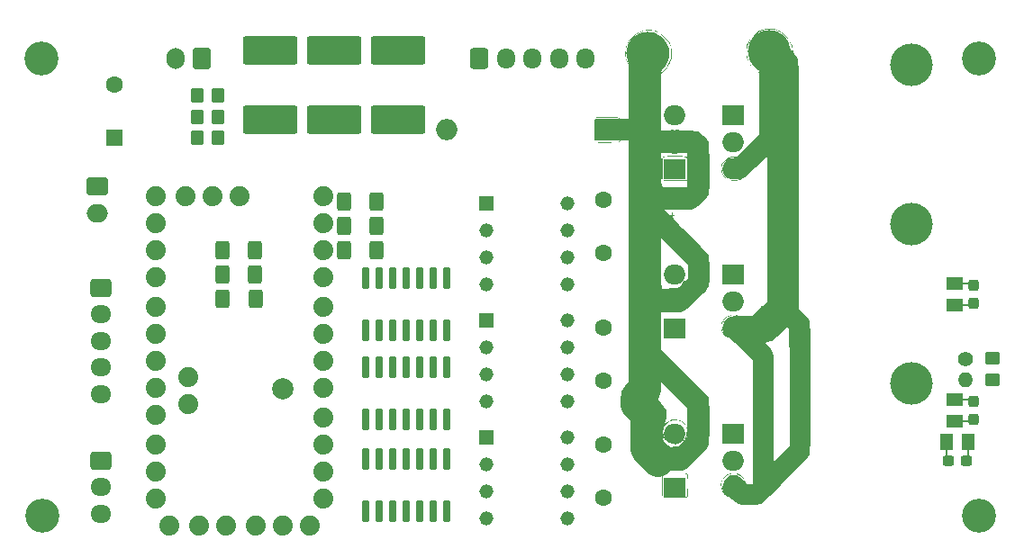
<source format=gts>
G04 #@! TF.GenerationSoftware,KiCad,Pcbnew,(6.0.7)*
G04 #@! TF.CreationDate,2022-11-24T14:56:22+11:00*
G04 #@! TF.ProjectId,epic esc with regen,65706963-2065-4736-9320-776974682072,rev?*
G04 #@! TF.SameCoordinates,Original*
G04 #@! TF.FileFunction,Soldermask,Top*
G04 #@! TF.FilePolarity,Negative*
%FSLAX46Y46*%
G04 Gerber Fmt 4.6, Leading zero omitted, Abs format (unit mm)*
G04 Created by KiCad (PCBNEW (6.0.7)) date 2022-11-24 14:56:22*
%MOMM*%
%LPD*%
G01*
G04 APERTURE LIST*
G04 Aperture macros list*
%AMRoundRect*
0 Rectangle with rounded corners*
0 $1 Rounding radius*
0 $2 $3 $4 $5 $6 $7 $8 $9 X,Y pos of 4 corners*
0 Add a 4 corners polygon primitive as box body*
4,1,4,$2,$3,$4,$5,$6,$7,$8,$9,$2,$3,0*
0 Add four circle primitives for the rounded corners*
1,1,$1+$1,$2,$3*
1,1,$1+$1,$4,$5*
1,1,$1+$1,$6,$7*
1,1,$1+$1,$8,$9*
0 Add four rect primitives between the rounded corners*
20,1,$1+$1,$2,$3,$4,$5,0*
20,1,$1+$1,$4,$5,$6,$7,0*
20,1,$1+$1,$6,$7,$8,$9,0*
20,1,$1+$1,$8,$9,$2,$3,0*%
%AMFreePoly0*
4,1,13,0.587500,-0.725000,0.100000,-0.725000,0.100000,-2.000000,0.080902,-2.058779,0.030902,-2.095106,-0.030902,-2.095106,-0.080902,-2.058779,-0.100000,-2.000000,-0.100000,-0.725000,-0.587500,-0.725000,-0.587500,0.725000,0.587500,0.725000,0.587500,-0.725000,0.587500,-0.725000,$1*%
G04 Aperture macros list end*
%ADD10C,3.000000*%
%ADD11C,1.900000*%
%ADD12C,2.000000*%
%ADD13C,0.150000*%
%ADD14RoundRect,0.090000X-0.210000X0.895000X-0.210000X-0.895000X0.210000X-0.895000X0.210000X0.895000X0*%
%ADD15RoundRect,0.237500X0.237500X-0.300000X0.237500X0.300000X-0.237500X0.300000X-0.237500X-0.300000X0*%
%ADD16FreePoly0,90.000000*%
%ADD17RoundRect,0.237500X-0.300000X-0.237500X0.300000X-0.237500X0.300000X0.237500X-0.300000X0.237500X0*%
%ADD18FreePoly0,0.000000*%
%ADD19C,1.600000*%
%ADD20RoundRect,0.250001X2.324999X-1.074999X2.324999X1.074999X-2.324999X1.074999X-2.324999X-1.074999X0*%
%ADD21RoundRect,0.250000X-0.750000X0.600000X-0.750000X-0.600000X0.750000X-0.600000X0.750000X0.600000X0*%
%ADD22O,2.000000X1.700000*%
%ADD23R,1.318000X1.318000*%
%ADD24C,1.318000*%
%ADD25RoundRect,0.250000X-0.725000X0.600000X-0.725000X-0.600000X0.725000X-0.600000X0.725000X0.600000X0*%
%ADD26O,1.950000X1.700000*%
%ADD27C,1.879600*%
%ADD28C,3.200000*%
%ADD29R,2.000000X2.000000*%
%ADD30O,2.000000X2.000000*%
%ADD31RoundRect,0.250000X-0.450000X0.350000X-0.450000X-0.350000X0.450000X-0.350000X0.450000X0.350000X0*%
%ADD32RoundRect,0.250000X0.400000X0.625000X-0.400000X0.625000X-0.400000X-0.625000X0.400000X-0.625000X0*%
%ADD33C,2.000000*%
%ADD34RoundRect,0.250000X0.350000X0.450000X-0.350000X0.450000X-0.350000X-0.450000X0.350000X-0.450000X0*%
%ADD35C,1.400000*%
%ADD36O,1.400000X1.400000*%
%ADD37R,1.600000X1.600000*%
%ADD38RoundRect,0.250000X-0.400000X-0.625000X0.400000X-0.625000X0.400000X0.625000X-0.400000X0.625000X0*%
%ADD39RoundRect,0.250000X0.600000X0.750000X-0.600000X0.750000X-0.600000X-0.750000X0.600000X-0.750000X0*%
%ADD40O,1.700000X2.000000*%
%ADD41RoundRect,0.250000X-0.600000X-0.725000X0.600000X-0.725000X0.600000X0.725000X-0.600000X0.725000X0*%
%ADD42O,1.700000X1.950000*%
%ADD43R,2.000000X1.905000*%
%ADD44O,2.000000X1.905000*%
%ADD45C,4.000000*%
G04 APERTURE END LIST*
D10*
X145186400Y-97028000D02*
X145186400Y-100203000D01*
D11*
X149860000Y-82296000D02*
X145288000Y-77724000D01*
X150114000Y-84836000D02*
X150114000Y-82550000D01*
D12*
X145288000Y-76708000D02*
X149352000Y-76708000D01*
D10*
X144272000Y-96012000D02*
X145542000Y-97282000D01*
D13*
X145288000Y-77724000D02*
X145288000Y-76708000D01*
D12*
X149390866Y-76744109D02*
X150152866Y-75982109D01*
X145215935Y-91114508D02*
X149991135Y-95889708D01*
X149606000Y-71374000D02*
X145796000Y-71374000D01*
X145288000Y-86360000D02*
X148336000Y-86360000D01*
D11*
X148507085Y-86302702D02*
X150030129Y-84778702D01*
D12*
X150098085Y-99704868D02*
X150073381Y-96024500D01*
D10*
X145288000Y-100330000D02*
X146304000Y-101346000D01*
D11*
X149860000Y-71374000D02*
X150114000Y-71628000D01*
D12*
X148502976Y-101291622D02*
X150098085Y-99704868D01*
D10*
X145034000Y-63500000D02*
X145034000Y-94488000D01*
D12*
X150114000Y-75946000D02*
X150114000Y-71882000D01*
X141496631Y-70236716D02*
X144290631Y-70236716D01*
D10*
X145034000Y-94869000D02*
X144272000Y-95504000D01*
G36*
X152329951Y-103334559D02*
G01*
X152461298Y-103066975D01*
X152653423Y-102836556D01*
X152896929Y-102657643D01*
X153182424Y-102544573D01*
X153500514Y-102511683D01*
X153841806Y-102573312D01*
X153853312Y-102577108D01*
X154166736Y-102735802D01*
X154414784Y-102982990D01*
X154556986Y-103219383D01*
X154709441Y-103530989D01*
X155261865Y-103530989D01*
X155261865Y-91904643D01*
X154257745Y-90902498D01*
X153977268Y-90626370D01*
X153717695Y-90377983D01*
X153582653Y-90253036D01*
X156438459Y-90253036D01*
X156455568Y-90304744D01*
X156541900Y-90405887D01*
X156695319Y-90558918D01*
X156787560Y-90644571D01*
X156868883Y-90716859D01*
X156939970Y-90783039D01*
X157001503Y-90850370D01*
X157054164Y-90926113D01*
X157098637Y-91017525D01*
X157135602Y-91131866D01*
X157165743Y-91276395D01*
X157189741Y-91458370D01*
X157208280Y-91685050D01*
X157222040Y-91963695D01*
X157231706Y-92301564D01*
X157237958Y-92705915D01*
X157241479Y-93184008D01*
X157242951Y-93743100D01*
X157243058Y-94390452D01*
X157242480Y-95133323D01*
X157241901Y-95978971D01*
X157241821Y-96373210D01*
X157241821Y-101464545D01*
X157977233Y-100730766D01*
X158712645Y-99996986D01*
X158712645Y-94475205D01*
X158712608Y-93562426D01*
X158712406Y-92756052D01*
X158711903Y-92049347D01*
X158710964Y-91435577D01*
X158709453Y-90908005D01*
X158707233Y-90459897D01*
X158704170Y-90084517D01*
X158700127Y-89775130D01*
X158694968Y-89525000D01*
X158688557Y-89327392D01*
X158680760Y-89175571D01*
X158671439Y-89062801D01*
X158660459Y-88982347D01*
X158647684Y-88927474D01*
X158632979Y-88891445D01*
X158616207Y-88867527D01*
X158599212Y-88850769D01*
X158554595Y-88815492D01*
X158508725Y-88803744D01*
X158448118Y-88825012D01*
X158359289Y-88888780D01*
X158228753Y-89004536D01*
X158043023Y-89181763D01*
X157821373Y-89397909D01*
X157547607Y-89660977D01*
X157334226Y-89853592D01*
X157165004Y-89988560D01*
X157023717Y-90078688D01*
X156894140Y-90136782D01*
X156878180Y-90142353D01*
X156693791Y-90197677D01*
X156537135Y-90232346D01*
X156482189Y-90238142D01*
X156438459Y-90253036D01*
X153582653Y-90253036D01*
X153491231Y-90168448D01*
X153310081Y-90008876D01*
X153186452Y-89910379D01*
X153137947Y-89883117D01*
X152929057Y-89808686D01*
X152708055Y-89660539D01*
X152512961Y-89466388D01*
X152450888Y-89382345D01*
X152359466Y-89224389D01*
X152311109Y-89072168D01*
X152293308Y-88877193D01*
X152293110Y-88861240D01*
X152333205Y-88861240D01*
X152406945Y-89166045D01*
X152577784Y-89450753D01*
X152629776Y-89509628D01*
X152775075Y-89636178D01*
X152947853Y-89749834D01*
X153105190Y-89824289D01*
X153166837Y-89838797D01*
X153143457Y-89803207D01*
X153057556Y-89707098D01*
X152926652Y-89569915D01*
X152901291Y-89544017D01*
X152690785Y-89307653D01*
X152653065Y-89247024D01*
X153395050Y-89247024D01*
X153424655Y-89322320D01*
X153449845Y-89331879D01*
X153480971Y-89290413D01*
X153472078Y-89247024D01*
X153431925Y-89172591D01*
X153417283Y-89162169D01*
X153397507Y-89208363D01*
X153395050Y-89247024D01*
X152653065Y-89247024D01*
X152562229Y-89101019D01*
X152500845Y-88895153D01*
X152493735Y-88792731D01*
X152885919Y-88792731D01*
X152901053Y-88896034D01*
X152968431Y-88914993D01*
X153021173Y-88904097D01*
X153138104Y-88899994D01*
X153194222Y-88931305D01*
X153181041Y-88980047D01*
X153111390Y-88992458D01*
X153019598Y-89020809D01*
X153011104Y-89091456D01*
X153073075Y-89168348D01*
X153128393Y-89173832D01*
X153214673Y-89194077D01*
X153234393Y-89230402D01*
X153245999Y-89232931D01*
X153262944Y-89145015D01*
X153266262Y-89119741D01*
X153296385Y-88994573D01*
X153339135Y-88936407D01*
X153343277Y-88935888D01*
X153402922Y-88981868D01*
X153466954Y-89088376D01*
X153536432Y-89240863D01*
X153572188Y-89074233D01*
X153607945Y-88907603D01*
X153614638Y-89091456D01*
X153637976Y-89232295D01*
X153679814Y-89270755D01*
X153718984Y-89210417D01*
X153730643Y-89105599D01*
X153791041Y-89105599D01*
X153802101Y-89197672D01*
X153817336Y-89218739D01*
X153861162Y-89175435D01*
X153904182Y-89105599D01*
X153935732Y-89018597D01*
X153890505Y-88992756D01*
X153877887Y-88992458D01*
X153806582Y-89039730D01*
X153791041Y-89105599D01*
X153730643Y-89105599D01*
X153734471Y-89071181D01*
X153741538Y-88937895D01*
X153778087Y-88890112D01*
X153867143Y-88900376D01*
X153875896Y-88902548D01*
X153979888Y-88913489D01*
X154014815Y-88852817D01*
X154017322Y-88792731D01*
X153979517Y-88584732D01*
X153880799Y-88406583D01*
X153743208Y-88288346D01*
X153624549Y-88257046D01*
X153600761Y-88304190D01*
X153607485Y-88398472D01*
X153614294Y-88493858D01*
X153564555Y-88530616D01*
X153444073Y-88533335D01*
X153340546Y-88523490D01*
X153344051Y-88506013D01*
X153366765Y-88499559D01*
X153497711Y-88449050D01*
X153543707Y-88389956D01*
X153492188Y-88338806D01*
X153489690Y-88337829D01*
X153425241Y-88284614D01*
X153426999Y-88251119D01*
X153424418Y-88205986D01*
X153338134Y-88213804D01*
X153195474Y-88268060D01*
X153035864Y-88395947D01*
X152924154Y-88590969D01*
X152885919Y-88792731D01*
X152493735Y-88792731D01*
X152489928Y-88737893D01*
X152541522Y-88418480D01*
X152687281Y-88146459D01*
X152913672Y-87934557D01*
X153207160Y-87795501D01*
X153548801Y-87742124D01*
X153703911Y-87737385D01*
X153754562Y-87728727D01*
X153709426Y-87710994D01*
X153632837Y-87692160D01*
X153453677Y-87676000D01*
X153248433Y-87692292D01*
X153208561Y-87699939D01*
X152887846Y-87820579D01*
X152633884Y-88016006D01*
X152452744Y-88267244D01*
X152350494Y-88555314D01*
X152333205Y-88861240D01*
X152293110Y-88861240D01*
X152291932Y-88766178D01*
X152300354Y-88536992D01*
X152333900Y-88371883D01*
X152404989Y-88222501D01*
X152449764Y-88151709D01*
X152688347Y-87886055D01*
X152984730Y-87706370D01*
X153317343Y-87620606D01*
X153664615Y-87636716D01*
X153772808Y-87663922D01*
X153982566Y-87706410D01*
X154271435Y-87735231D01*
X154605865Y-87747162D01*
X154641009Y-87747303D01*
X155236412Y-87747915D01*
X155646816Y-87334754D01*
X155813671Y-87157897D01*
X155938681Y-87008037D01*
X156007094Y-86903969D01*
X156013106Y-86868050D01*
X156002452Y-86843955D01*
X156022223Y-86858310D01*
X156085890Y-86843881D01*
X156201961Y-86764093D01*
X156345477Y-86636147D01*
X156347502Y-86634156D01*
X156619549Y-86366199D01*
X156619549Y-72675880D01*
X155558859Y-73730030D01*
X155227791Y-74057297D01*
X154964941Y-74312303D01*
X154759814Y-74504064D01*
X154601917Y-74641593D01*
X154480757Y-74733902D01*
X154385840Y-74790007D01*
X154306672Y-74818919D01*
X154286030Y-74823346D01*
X154149948Y-74862903D01*
X154077522Y-74912089D01*
X154073892Y-74924099D01*
X154047527Y-74950498D01*
X154006008Y-74917804D01*
X153914757Y-74880828D01*
X153748635Y-74856326D01*
X153594992Y-74849920D01*
X153251775Y-74812874D01*
X152973154Y-74694484D01*
X152735203Y-74483871D01*
X152701515Y-74443623D01*
X152658490Y-74369073D01*
X153395050Y-74369073D01*
X153424655Y-74444369D01*
X153449845Y-74453928D01*
X153480971Y-74412462D01*
X153472078Y-74369073D01*
X153431925Y-74294640D01*
X153417283Y-74284218D01*
X153397507Y-74330412D01*
X153395050Y-74369073D01*
X152658490Y-74369073D01*
X152540911Y-74165343D01*
X152494485Y-73903905D01*
X152885919Y-73903905D01*
X152900999Y-73996403D01*
X152969011Y-74021960D01*
X153055629Y-74013434D01*
X153173818Y-74012194D01*
X153225266Y-74043566D01*
X153225340Y-74045231D01*
X153179187Y-74089459D01*
X153126342Y-74094079D01*
X153043260Y-74130148D01*
X153027344Y-74199363D01*
X153060736Y-74287587D01*
X153126342Y-74295881D01*
X153214019Y-74315650D01*
X153234849Y-74352451D01*
X153245644Y-74351526D01*
X153261144Y-74260693D01*
X153266549Y-74213505D01*
X153293633Y-74077090D01*
X153332962Y-74004832D01*
X153343108Y-74001367D01*
X153402876Y-74047350D01*
X153466954Y-74153855D01*
X153536432Y-74306342D01*
X153572188Y-74139712D01*
X153595553Y-74040171D01*
X153607116Y-74038459D01*
X153613200Y-74141354D01*
X153614638Y-74185220D01*
X153637081Y-74339719D01*
X153678015Y-74392948D01*
X153717217Y-74343634D01*
X153732099Y-74213505D01*
X153792840Y-74213505D01*
X153799007Y-74318378D01*
X153826954Y-74321578D01*
X153875883Y-74261741D01*
X153927812Y-74160758D01*
X153927316Y-74106173D01*
X153862600Y-74055949D01*
X153810864Y-74101752D01*
X153792840Y-74213505D01*
X153732099Y-74213505D01*
X153734471Y-74192768D01*
X153742087Y-74058747D01*
X153780195Y-74008874D01*
X153871684Y-74014414D01*
X153875896Y-74015213D01*
X153981130Y-74018123D01*
X154015699Y-73952389D01*
X154017322Y-73911329D01*
X153972140Y-73688173D01*
X153852862Y-73498670D01*
X153735751Y-73408042D01*
X153632433Y-73362654D01*
X153595151Y-73389855D01*
X153591196Y-73482998D01*
X153570614Y-73597356D01*
X153482412Y-73644807D01*
X153437478Y-73651561D01*
X153325176Y-73648787D01*
X153281910Y-73618784D01*
X153329507Y-73580396D01*
X153403467Y-73572599D01*
X153511058Y-73547508D01*
X153549607Y-73506378D01*
X153527816Y-73444840D01*
X153489334Y-73435666D01*
X153401454Y-73401121D01*
X153384108Y-73374554D01*
X153327228Y-73343596D01*
X153223361Y-73376239D01*
X153103913Y-73454507D01*
X153000290Y-73560422D01*
X152966531Y-73613580D01*
X152907091Y-73772389D01*
X152885919Y-73903905D01*
X152494485Y-73903905D01*
X152488574Y-73870619D01*
X152543539Y-73572486D01*
X152704840Y-73283979D01*
X152795249Y-73178061D01*
X152943643Y-73031353D01*
X153067354Y-72948652D01*
X153213084Y-72906186D01*
X153368947Y-72886022D01*
X153545491Y-72862898D01*
X153617081Y-72839392D01*
X153591872Y-72812555D01*
X153582332Y-72808823D01*
X153424055Y-72792902D01*
X153212166Y-72824889D01*
X152990136Y-72894591D01*
X152801432Y-72991811D01*
X152801064Y-72992063D01*
X152552775Y-73225516D01*
X152393209Y-73514750D01*
X152330611Y-73837858D01*
X152366169Y-74147771D01*
X152472171Y-74430722D01*
X152633313Y-74646370D01*
X152825425Y-74801552D01*
X152942439Y-74870214D01*
X153068631Y-74910681D01*
X153238514Y-74929888D01*
X153486603Y-74934775D01*
X153488178Y-74934775D01*
X153687787Y-74938875D01*
X153821472Y-74949830D01*
X153869734Y-74965623D01*
X153859808Y-74973226D01*
X153750374Y-74995576D01*
X153574718Y-75011305D01*
X153449464Y-75015654D01*
X153084458Y-74968864D01*
X152767079Y-74822277D01*
X152507965Y-74581238D01*
X152462399Y-74519768D01*
X152367547Y-74367916D01*
X152315915Y-74228642D01*
X152294997Y-74055613D01*
X152291932Y-73888227D01*
X152298744Y-73663368D01*
X152327504Y-73504884D01*
X152390700Y-73366407D01*
X152462019Y-73256686D01*
X152704221Y-73002836D01*
X153012911Y-72828907D01*
X153363757Y-72747341D01*
X153466909Y-72742747D01*
X153762756Y-72741778D01*
X154823447Y-71689169D01*
X155884137Y-70636560D01*
X155884137Y-64912627D01*
X155604473Y-64731410D01*
X155286701Y-64475077D01*
X155023500Y-64146809D01*
X154823125Y-63781170D01*
X154747286Y-63603132D01*
X154700935Y-63441144D01*
X154677129Y-63256261D01*
X154668924Y-63009537D01*
X154668462Y-62913617D01*
X154668477Y-62912427D01*
X154724449Y-62912427D01*
X154728306Y-63181134D01*
X154744630Y-63374918D01*
X154780546Y-63531870D01*
X154843181Y-63690081D01*
X154887239Y-63782568D01*
X155147002Y-64210123D01*
X155471188Y-64556135D01*
X155629571Y-64681407D01*
X155765551Y-64774496D01*
X155837631Y-64802499D01*
X155869591Y-64771839D01*
X155875807Y-64747913D01*
X155849115Y-64642828D01*
X155797346Y-64594933D01*
X155490835Y-64362222D01*
X155325039Y-64158160D01*
X156619549Y-64158160D01*
X156960488Y-64158160D01*
X156882012Y-63970340D01*
X156798640Y-63785666D01*
X156713807Y-63616777D01*
X156624079Y-63451033D01*
X156621814Y-63804597D01*
X156619549Y-64158160D01*
X155325039Y-64158160D01*
X155236097Y-64048690D01*
X155042395Y-63678368D01*
X154918990Y-63275286D01*
X154886011Y-62965538D01*
X155605377Y-62965538D01*
X155626201Y-63170111D01*
X155655755Y-63301451D01*
X155690055Y-63338551D01*
X155751289Y-63298960D01*
X155769045Y-63283089D01*
X155872493Y-63232198D01*
X156014326Y-63208208D01*
X156154912Y-63211258D01*
X156254623Y-63241483D01*
X156278796Y-63281323D01*
X156227673Y-63317103D01*
X156118645Y-63321570D01*
X155942624Y-63353657D01*
X155862154Y-63415784D01*
X155797614Y-63500870D01*
X155800619Y-63574736D01*
X155859425Y-63674827D01*
X155963498Y-63803359D01*
X156065117Y-63882627D01*
X156140704Y-63899276D01*
X156166988Y-63849015D01*
X156211387Y-63772744D01*
X156251843Y-63762169D01*
X156320404Y-63810805D01*
X156336698Y-63894166D01*
X156351321Y-64012969D01*
X156374412Y-64063876D01*
X156436045Y-64099962D01*
X156476436Y-64054833D01*
X156498799Y-63918393D01*
X156506345Y-63680541D01*
X156506409Y-63649029D01*
X156516227Y-63387293D01*
X156547244Y-63235353D01*
X156601801Y-63192927D01*
X156682242Y-63259739D01*
X156790907Y-63435509D01*
X156876324Y-63605005D01*
X157072110Y-64013543D01*
X157072110Y-63605005D01*
X157079376Y-63397108D01*
X157098939Y-63252891D01*
X157127449Y-63196551D01*
X157128680Y-63196467D01*
X157156695Y-63249396D01*
X157176382Y-63393897D01*
X157185062Y-63608543D01*
X157185251Y-63649029D01*
X157187974Y-63859210D01*
X157195213Y-64017476D01*
X157205566Y-64097053D01*
X157208909Y-64101590D01*
X157309197Y-64082130D01*
X157370929Y-64010624D01*
X157402301Y-63867382D01*
X157411505Y-63632715D01*
X157411531Y-63614691D01*
X157411531Y-63597755D01*
X157581242Y-63597755D01*
X157592779Y-63783831D01*
X157631122Y-63861375D01*
X157701866Y-63832986D01*
X157808942Y-63703605D01*
X157884247Y-63547203D01*
X157854880Y-63432898D01*
X157719623Y-63356983D01*
X157692529Y-63349302D01*
X157626021Y-63344077D01*
X157592918Y-63390653D01*
X157581955Y-63514181D01*
X157581242Y-63597755D01*
X157411531Y-63597755D01*
X157411531Y-63196467D01*
X157613246Y-63196467D01*
X157782358Y-63212516D01*
X157917416Y-63251431D01*
X157922991Y-63254284D01*
X158006521Y-63279253D01*
X158052268Y-63219533D01*
X158067675Y-63166062D01*
X158087450Y-62903799D01*
X158037551Y-62606197D01*
X157926700Y-62319489D01*
X157898198Y-62267888D01*
X157703639Y-62029784D01*
X157436110Y-61829569D01*
X157142823Y-61699420D01*
X157070452Y-61685297D01*
X157032474Y-61714574D01*
X157017853Y-61811270D01*
X157015540Y-61976397D01*
X157022992Y-62165322D01*
X157049179Y-62263192D01*
X157099851Y-62291343D01*
X157100395Y-62291345D01*
X157175394Y-62336627D01*
X157185251Y-62376200D01*
X157157317Y-62427373D01*
X157059302Y-62453719D01*
X156874115Y-62461055D01*
X156686481Y-62453437D01*
X156589880Y-62426706D01*
X156562979Y-62376200D01*
X156610141Y-62307094D01*
X156676119Y-62291345D01*
X156740930Y-62278142D01*
X156775023Y-62220818D01*
X156787845Y-62092800D01*
X156789259Y-61973138D01*
X156789259Y-61654931D01*
X156609288Y-61690925D01*
X156277045Y-61811494D01*
X155997693Y-62018558D01*
X155784071Y-62292799D01*
X155649019Y-62614899D01*
X155605377Y-62965538D01*
X154886011Y-62965538D01*
X154875144Y-62863473D01*
X154920118Y-62466959D01*
X154943927Y-62380685D01*
X154987079Y-62210328D01*
X155002272Y-62081336D01*
X154995600Y-62041264D01*
X154988842Y-62008482D01*
X155004566Y-62019544D01*
X155056649Y-61998584D01*
X155146050Y-61903617D01*
X155225773Y-61795145D01*
X155382856Y-61600113D01*
X155574975Y-61411626D01*
X155657856Y-61344969D01*
X155815911Y-61227657D01*
X155945696Y-61128620D01*
X155995887Y-61088522D01*
X156064644Y-61041191D01*
X156080742Y-61041694D01*
X156131145Y-61042445D01*
X156259779Y-61020126D01*
X156385825Y-60992017D01*
X156837743Y-60938281D01*
X157276737Y-60988773D01*
X157688468Y-61134587D01*
X158058599Y-61366821D01*
X158372794Y-61676568D01*
X158616714Y-62054926D01*
X158771218Y-62473487D01*
X158828482Y-62646896D01*
X158896193Y-62778701D01*
X158925448Y-62812765D01*
X158974749Y-62842923D01*
X158993005Y-62810441D01*
X158984495Y-62695833D01*
X158971639Y-62602338D01*
X158851803Y-62156588D01*
X158633148Y-61743003D01*
X158329104Y-61379586D01*
X157953101Y-61084343D01*
X157758082Y-60975595D01*
X157569913Y-60887872D01*
X157414304Y-60833637D01*
X157251979Y-60805010D01*
X157043664Y-60794114D01*
X156847019Y-60792819D01*
X156571938Y-60797631D01*
X156371233Y-60815884D01*
X156206334Y-60854362D01*
X156038673Y-60919846D01*
X155984941Y-60944431D01*
X155578924Y-61193089D01*
X155225488Y-61526685D01*
X154949985Y-61920344D01*
X154907808Y-62001365D01*
X154820018Y-62189760D01*
X154765718Y-62345763D01*
X154736992Y-62508703D01*
X154725926Y-62717909D01*
X154724449Y-62912427D01*
X154668477Y-62912427D01*
X154671868Y-62646774D01*
X154688011Y-62452736D01*
X154724748Y-62291271D01*
X154789936Y-62122150D01*
X154847455Y-61997140D01*
X155112349Y-61565778D01*
X155460136Y-61210301D01*
X155884426Y-60937098D01*
X155929353Y-60915242D01*
X156123377Y-60828613D01*
X156285227Y-60775266D01*
X156455195Y-60747305D01*
X156673575Y-60736836D01*
X156845830Y-60735666D01*
X157112957Y-60739396D01*
X157307340Y-60755850D01*
X157469273Y-60792922D01*
X157639049Y-60858509D01*
X157762306Y-60915242D01*
X158176004Y-61169374D01*
X158523395Y-61501059D01*
X158791925Y-61893356D01*
X158969044Y-62329325D01*
X159028754Y-62624431D01*
X159079626Y-62868154D01*
X159177175Y-63060593D01*
X159255059Y-63160635D01*
X159296716Y-63206355D01*
X159335072Y-63245092D01*
X159370263Y-63281459D01*
X159402423Y-63320067D01*
X159431690Y-63365530D01*
X159458198Y-63422459D01*
X159482083Y-63495467D01*
X159503480Y-63589167D01*
X159522526Y-63708169D01*
X159539355Y-63857087D01*
X159554104Y-64040534D01*
X159566907Y-64263120D01*
X159577902Y-64529459D01*
X159587222Y-64844163D01*
X159595004Y-65211843D01*
X159601384Y-65637113D01*
X159606496Y-66124585D01*
X159610478Y-66678871D01*
X159613463Y-67304583D01*
X159615588Y-68006333D01*
X159616988Y-68788735D01*
X159617800Y-69656399D01*
X159618158Y-70613939D01*
X159618198Y-71665966D01*
X159618056Y-72817093D01*
X159617867Y-74071933D01*
X159617768Y-75435097D01*
X159617767Y-75497738D01*
X159617767Y-87100013D01*
X160076374Y-87551247D01*
X160270276Y-87751168D01*
X160439155Y-87942060D01*
X160562322Y-88099545D01*
X160613791Y-88184517D01*
X160627401Y-88272331D01*
X160639869Y-88464227D01*
X160651197Y-88751153D01*
X160661384Y-89124056D01*
X160670431Y-89573884D01*
X160678339Y-90091584D01*
X160685108Y-90668104D01*
X160690739Y-91294392D01*
X160695232Y-91961394D01*
X160698588Y-92660060D01*
X160700807Y-93381335D01*
X160701890Y-94116168D01*
X160701838Y-94855506D01*
X160700650Y-95590297D01*
X160698328Y-96311488D01*
X160694872Y-97010028D01*
X160690283Y-97676863D01*
X160684560Y-98302940D01*
X160677705Y-98879209D01*
X160669719Y-99396615D01*
X160660601Y-99846108D01*
X160650352Y-100218633D01*
X160638973Y-100505140D01*
X160626465Y-100696575D01*
X160613043Y-100783383D01*
X160556170Y-100864265D01*
X160427476Y-101014935D01*
X160236031Y-101226222D01*
X159990905Y-101488955D01*
X159701169Y-101793962D01*
X159375894Y-102132073D01*
X159024150Y-102494118D01*
X158655008Y-102870924D01*
X158277539Y-103253321D01*
X157900813Y-103632138D01*
X157533901Y-103998204D01*
X157185873Y-104342348D01*
X156865801Y-104655400D01*
X156582754Y-104928187D01*
X156345804Y-105151539D01*
X156164021Y-105316286D01*
X156046476Y-105413255D01*
X156013237Y-105434070D01*
X155885646Y-105462654D01*
X155671273Y-105484539D01*
X155396287Y-105499550D01*
X155086859Y-105507507D01*
X154769158Y-105508234D01*
X154469353Y-105501553D01*
X154213616Y-105487287D01*
X154028115Y-105465259D01*
X153960752Y-105447983D01*
X153848025Y-105380460D01*
X153691847Y-105258602D01*
X153536476Y-105118578D01*
X153356693Y-104965638D01*
X153170230Y-104839894D01*
X153034938Y-104775414D01*
X152863963Y-104692453D01*
X152679107Y-104561151D01*
X152600193Y-104489806D01*
X152394500Y-104216934D01*
X152287158Y-103923877D01*
X152277699Y-103770103D01*
X152333323Y-103770103D01*
X152395974Y-104060430D01*
X152542649Y-104329735D01*
X152778358Y-104560473D01*
X152857634Y-104613710D01*
X153008951Y-104697775D01*
X153073468Y-104709998D01*
X153051109Y-104651196D01*
X152941796Y-104522188D01*
X152872868Y-104450254D01*
X152666469Y-104212343D01*
X152649165Y-104181545D01*
X153395050Y-104181545D01*
X153424655Y-104256841D01*
X153449845Y-104266401D01*
X153480971Y-104224934D01*
X153472078Y-104181545D01*
X153431925Y-104107112D01*
X153417283Y-104096690D01*
X153397507Y-104142884D01*
X153395050Y-104181545D01*
X152649165Y-104181545D01*
X152545219Y-103996546D01*
X152494101Y-103772363D01*
X152491764Y-103716377D01*
X152885919Y-103716377D01*
X152900999Y-103808875D01*
X152969011Y-103834432D01*
X153055629Y-103825906D01*
X153173818Y-103824667D01*
X153225266Y-103856038D01*
X153225340Y-103857703D01*
X153179187Y-103901931D01*
X153126342Y-103906552D01*
X153043260Y-103942621D01*
X153027344Y-104011835D01*
X153060736Y-104100059D01*
X153126342Y-104108353D01*
X153214019Y-104128122D01*
X153234849Y-104164923D01*
X153245644Y-104163998D01*
X153261144Y-104073165D01*
X153266549Y-104025977D01*
X153293633Y-103889562D01*
X153332962Y-103817304D01*
X153343108Y-103813839D01*
X153402876Y-103859822D01*
X153466954Y-103966327D01*
X153536432Y-104118814D01*
X153572188Y-103952184D01*
X153595553Y-103852643D01*
X153607116Y-103850931D01*
X153613200Y-103953826D01*
X153614638Y-103997692D01*
X153637081Y-104152191D01*
X153678015Y-104205420D01*
X153717217Y-104156106D01*
X153732099Y-104025977D01*
X153792840Y-104025977D01*
X153799007Y-104130851D01*
X153826954Y-104134050D01*
X153875883Y-104074214D01*
X153927812Y-103973230D01*
X153927316Y-103918646D01*
X153862600Y-103868421D01*
X153810864Y-103914224D01*
X153792840Y-104025977D01*
X153732099Y-104025977D01*
X153734471Y-104005240D01*
X153742087Y-103871219D01*
X153780195Y-103821346D01*
X153871684Y-103826886D01*
X153875896Y-103827685D01*
X153981130Y-103830595D01*
X154015699Y-103764861D01*
X154017322Y-103723801D01*
X153972140Y-103500645D01*
X153852862Y-103311142D01*
X153735751Y-103220515D01*
X153632433Y-103175126D01*
X153595151Y-103202327D01*
X153591196Y-103295470D01*
X153570614Y-103409828D01*
X153482412Y-103457279D01*
X153437478Y-103464033D01*
X153324037Y-103457609D01*
X153281910Y-103419126D01*
X153325214Y-103366880D01*
X153352623Y-103365501D01*
X153504119Y-103366167D01*
X153560376Y-103324170D01*
X153514660Y-103250215D01*
X153453187Y-103205674D01*
X153305958Y-103171584D01*
X153153120Y-103226823D01*
X153017178Y-103351130D01*
X152920638Y-103524244D01*
X152885919Y-103716377D01*
X152491764Y-103716377D01*
X152489928Y-103672414D01*
X152538605Y-103380713D01*
X152671444Y-103112857D01*
X152868656Y-102893581D01*
X153110451Y-102747624D01*
X153262732Y-102706399D01*
X153554236Y-102688054D01*
X153798821Y-102738849D01*
X154031197Y-102870628D01*
X154222923Y-103034053D01*
X154367496Y-103162933D01*
X154474686Y-103243528D01*
X154524950Y-103261516D01*
X154526453Y-103256507D01*
X154491361Y-103176086D01*
X154403812Y-103059331D01*
X154290398Y-102934381D01*
X154177712Y-102829375D01*
X154092346Y-102772451D01*
X154067732Y-102771098D01*
X154020047Y-102763792D01*
X154017322Y-102747879D01*
X153966365Y-102688612D01*
X153835487Y-102632324D01*
X153657671Y-102589242D01*
X153465904Y-102569595D01*
X153441362Y-102569296D01*
X153105078Y-102617274D01*
X152822759Y-102749510D01*
X152599414Y-102948457D01*
X152440052Y-103196570D01*
X152349685Y-103476300D01*
X152333323Y-103770103D01*
X152277699Y-103770103D01*
X152268772Y-103624973D01*
X152329951Y-103334559D01*
G37*
G36*
X147650419Y-70242548D02*
G01*
X147856417Y-70197421D01*
X148020471Y-70191427D01*
X148206797Y-70224565D01*
X148278211Y-70242548D01*
X148505372Y-70282807D01*
X148816722Y-70310597D01*
X149183769Y-70323619D01*
X149292791Y-70324307D01*
X149577403Y-70328852D01*
X149833043Y-70341223D01*
X150031575Y-70359526D01*
X150144275Y-70381641D01*
X150278545Y-70461080D01*
X150457328Y-70603959D01*
X150654828Y-70785076D01*
X150845250Y-70979230D01*
X151002797Y-71161220D01*
X151101674Y-71305842D01*
X151111527Y-71326610D01*
X151129973Y-71426696D01*
X151146190Y-71624894D01*
X151160126Y-71906197D01*
X151171726Y-72255598D01*
X151180937Y-72658090D01*
X151187705Y-73098666D01*
X151191977Y-73562318D01*
X151193699Y-74034040D01*
X151192818Y-74498824D01*
X151189279Y-74941663D01*
X151183029Y-75347550D01*
X151174015Y-75701477D01*
X151162183Y-75988439D01*
X151147479Y-76193427D01*
X151129849Y-76301434D01*
X151129312Y-76302918D01*
X151058430Y-76419875D01*
X150922005Y-76589520D01*
X150740554Y-76791094D01*
X150534594Y-77003838D01*
X150324642Y-77206993D01*
X150131216Y-77379802D01*
X149974833Y-77501505D01*
X149903660Y-77542990D01*
X149816601Y-77568851D01*
X149681118Y-77588832D01*
X149484956Y-77603522D01*
X149215862Y-77613512D01*
X148861582Y-77619390D01*
X148409861Y-77621748D01*
X148265058Y-77621857D01*
X146808492Y-77621857D01*
X147115763Y-77932993D01*
X147336579Y-78132983D01*
X147505347Y-78232852D01*
X147622490Y-78232712D01*
X147688435Y-78132677D01*
X147697516Y-78088561D01*
X147721082Y-77932993D01*
X147729559Y-78084803D01*
X147762388Y-78203566D01*
X147865389Y-78255237D01*
X147893602Y-78260180D01*
X148049170Y-78283747D01*
X147893602Y-78292223D01*
X147807133Y-78303161D01*
X147752170Y-78329376D01*
X147733824Y-78377396D01*
X147757208Y-78453752D01*
X147827434Y-78564971D01*
X147949614Y-78717585D01*
X148128859Y-78918122D01*
X148370282Y-79173111D01*
X148678995Y-79489082D01*
X149060110Y-79872564D01*
X149384247Y-80196165D01*
X149743649Y-80556714D01*
X150079834Y-80898704D01*
X150383790Y-81212620D01*
X150646508Y-81488943D01*
X150858976Y-81718159D01*
X151012183Y-81890750D01*
X151097119Y-81997201D01*
X151109636Y-82018370D01*
X151137265Y-82111250D01*
X151158107Y-82254862D01*
X151172852Y-82462214D01*
X151182189Y-82746317D01*
X151186808Y-83120178D01*
X151187572Y-83489194D01*
X151186204Y-83914734D01*
X151182277Y-84243331D01*
X151174666Y-84491176D01*
X151162249Y-84674458D01*
X151143903Y-84809366D01*
X151118503Y-84912089D01*
X151084927Y-84998816D01*
X151082445Y-85004262D01*
X150999495Y-85130622D01*
X150837991Y-85324204D01*
X150604551Y-85577751D01*
X150305788Y-85884004D01*
X150051282Y-86135666D01*
X149751919Y-86427062D01*
X149518193Y-86650737D01*
X149335083Y-86818314D01*
X149187570Y-86941416D01*
X149060635Y-87031666D01*
X148939259Y-87100687D01*
X148808422Y-87160101D01*
X148653104Y-87221531D01*
X148643157Y-87225351D01*
X148291862Y-87343243D01*
X148004874Y-87396595D01*
X147754706Y-87387009D01*
X147513873Y-87316086D01*
X147463149Y-87294111D01*
X147259934Y-87228630D01*
X147465148Y-87228630D01*
X147520487Y-87260020D01*
X147540039Y-87269112D01*
X147706776Y-87318597D01*
X147910971Y-87345304D01*
X147964315Y-87346821D01*
X148165532Y-87328912D01*
X148350267Y-87284384D01*
X148388591Y-87269112D01*
X148455421Y-87234757D01*
X148467042Y-87212320D01*
X148409762Y-87199295D01*
X148269887Y-87193171D01*
X148033724Y-87191442D01*
X147964315Y-87191403D01*
X147704058Y-87192475D01*
X147543240Y-87197365D01*
X147468168Y-87208581D01*
X147465148Y-87228630D01*
X147259934Y-87228630D01*
X147236407Y-87221049D01*
X146989150Y-87183697D01*
X146939875Y-87182213D01*
X146663202Y-87182213D01*
X146663202Y-90888110D01*
X148846796Y-93065785D01*
X149270293Y-93489998D01*
X149667809Y-93891808D01*
X150031992Y-94263546D01*
X150355486Y-94597543D01*
X150630939Y-94886129D01*
X150850994Y-95121635D01*
X151008299Y-95296393D01*
X151095499Y-95402732D01*
X151109603Y-95425497D01*
X151132609Y-95536259D01*
X151152083Y-95743860D01*
X151168019Y-96032052D01*
X151180414Y-96384587D01*
X151189263Y-96785219D01*
X151194562Y-97217700D01*
X151196306Y-97665782D01*
X151194492Y-98113220D01*
X151189114Y-98543765D01*
X151180169Y-98941170D01*
X151167652Y-99289189D01*
X151151560Y-99571573D01*
X151131887Y-99772077D01*
X151110780Y-99869888D01*
X151049554Y-99959276D01*
X150918871Y-100113940D01*
X150730857Y-100320770D01*
X150497642Y-100566656D01*
X150231354Y-100838489D01*
X150021804Y-101047003D01*
X149688359Y-101372700D01*
X149422745Y-101625698D01*
X149214485Y-101814957D01*
X149053102Y-101949439D01*
X148928119Y-102038104D01*
X148829059Y-102089914D01*
X148784582Y-102105190D01*
X148589353Y-102159940D01*
X148360290Y-102224585D01*
X148269052Y-102250451D01*
X148018161Y-102300476D01*
X147790140Y-102290451D01*
X147720340Y-102277265D01*
X147547407Y-102249574D01*
X147423149Y-102266631D01*
X147288158Y-102339737D01*
X147246903Y-102367326D01*
X147032929Y-102512726D01*
X148062333Y-102512726D01*
X148428458Y-102513468D01*
X148697596Y-102516779D01*
X148885896Y-102524282D01*
X149009510Y-102537601D01*
X149084585Y-102558362D01*
X149127273Y-102588187D01*
X149150298Y-102622147D01*
X149172314Y-102720682D01*
X149189094Y-102908212D01*
X149200637Y-103160712D01*
X149206943Y-103454157D01*
X149208013Y-103764523D01*
X149203847Y-104067786D01*
X149194443Y-104339921D01*
X149179804Y-104556903D01*
X149159928Y-104694708D01*
X149150298Y-104722681D01*
X149123804Y-104760034D01*
X149079706Y-104787783D01*
X149002639Y-104807346D01*
X148877241Y-104820139D01*
X148688147Y-104827581D01*
X148419994Y-104831089D01*
X148057416Y-104832081D01*
X147964315Y-104832102D01*
X147579881Y-104831576D01*
X147293139Y-104828993D01*
X147088639Y-104822847D01*
X146950934Y-104811630D01*
X146864575Y-104793836D01*
X146814116Y-104767957D01*
X146784108Y-104732487D01*
X146774794Y-104716069D01*
X146749625Y-104604982D01*
X146733594Y-104385662D01*
X146726882Y-104062657D01*
X146728920Y-103754010D01*
X146777129Y-103754010D01*
X146779139Y-104048897D01*
X146784105Y-104313203D01*
X146792050Y-104522986D01*
X146802994Y-104654306D01*
X146808859Y-104681305D01*
X146836270Y-104711236D01*
X146901860Y-104733607D01*
X147019905Y-104749543D01*
X147204680Y-104760174D01*
X147470462Y-104766627D01*
X147831525Y-104770029D01*
X147938406Y-104770536D01*
X148317700Y-104771438D01*
X148599458Y-104769653D01*
X148799275Y-104763768D01*
X148932748Y-104752371D01*
X149015473Y-104734047D01*
X149063046Y-104707385D01*
X149091063Y-104670971D01*
X149093862Y-104665860D01*
X149113845Y-104577341D01*
X149129724Y-104408471D01*
X149141420Y-104180921D01*
X149148850Y-103916362D01*
X149151934Y-103636465D01*
X149150590Y-103362900D01*
X149144737Y-103117340D01*
X149134294Y-102921454D01*
X149119179Y-102796914D01*
X149100994Y-102764031D01*
X149072084Y-102745930D01*
X149079307Y-102682514D01*
X149085478Y-102644088D01*
X149071602Y-102615513D01*
X149023486Y-102595331D01*
X148926937Y-102582085D01*
X148767762Y-102574317D01*
X148531770Y-102570569D01*
X148204766Y-102569384D01*
X147976965Y-102569296D01*
X147586238Y-102570306D01*
X147294158Y-102574078D01*
X147086242Y-102581722D01*
X146948009Y-102594349D01*
X146864976Y-102613071D01*
X146822663Y-102638999D01*
X146810679Y-102658778D01*
X146798228Y-102747460D01*
X146788626Y-102925266D01*
X146781895Y-103168253D01*
X146778055Y-103452481D01*
X146777129Y-103754010D01*
X146728920Y-103754010D01*
X146729670Y-103640520D01*
X146730376Y-103598808D01*
X146748057Y-102597581D01*
X146380351Y-102595534D01*
X146156668Y-102581786D01*
X145952972Y-102536641D01*
X145753834Y-102450265D01*
X145543825Y-102312823D01*
X145361513Y-102159800D01*
X147543412Y-102159800D01*
X147615468Y-102194039D01*
X147749306Y-102228403D01*
X148042831Y-102246153D01*
X148348834Y-102183060D01*
X148388591Y-102168350D01*
X148393800Y-102147052D01*
X148296237Y-102131158D01*
X148106197Y-102121932D01*
X147997314Y-102120320D01*
X147733902Y-102123129D01*
X147582745Y-102136226D01*
X147543412Y-102159800D01*
X145361513Y-102159800D01*
X145307518Y-102114480D01*
X145029483Y-101845401D01*
X144873199Y-101683030D01*
X147926602Y-101683030D01*
X147934367Y-101716661D01*
X147964315Y-101720744D01*
X148010879Y-101700045D01*
X148002029Y-101683030D01*
X147934893Y-101676260D01*
X147926602Y-101683030D01*
X144873199Y-101683030D01*
X144753019Y-101558170D01*
X144694055Y-101494463D01*
X147568324Y-101494463D01*
X147587625Y-101549562D01*
X147593271Y-101551033D01*
X147641568Y-101511392D01*
X147653179Y-101494463D01*
X147648694Y-101442334D01*
X147628233Y-101437893D01*
X147570626Y-101478958D01*
X147568324Y-101494463D01*
X144694055Y-101494463D01*
X144522427Y-101309030D01*
X144377626Y-101146463D01*
X147400869Y-101146463D01*
X147430704Y-101335516D01*
X147455184Y-101381323D01*
X147500926Y-101427350D01*
X147510888Y-101395465D01*
X147550243Y-101334391D01*
X147631200Y-101332770D01*
X147701476Y-101386917D01*
X147711525Y-101409608D01*
X147765684Y-101573860D01*
X147800043Y-101640694D01*
X147825602Y-101621558D01*
X147841550Y-101569890D01*
X147926602Y-101569890D01*
X147934367Y-101603521D01*
X147964315Y-101607603D01*
X148010879Y-101586905D01*
X148002029Y-101569890D01*
X147934893Y-101563119D01*
X147926602Y-101569890D01*
X147841550Y-101569890D01*
X147847370Y-101551033D01*
X147903324Y-101444912D01*
X147966866Y-101409608D01*
X148038055Y-101457763D01*
X148067247Y-101536891D01*
X148111996Y-101636407D01*
X148166245Y-101664173D01*
X148228136Y-101621235D01*
X148245435Y-101530708D01*
X148232048Y-101494463D01*
X148360306Y-101494463D01*
X148381004Y-101541027D01*
X148398020Y-101532176D01*
X148404790Y-101465041D01*
X148398020Y-101456749D01*
X148364389Y-101464515D01*
X148360306Y-101494463D01*
X148232048Y-101494463D01*
X148215635Y-101450028D01*
X148176453Y-101430446D01*
X148177193Y-101417588D01*
X148266930Y-101394895D01*
X148303736Y-101388018D01*
X148448532Y-101342672D01*
X148512102Y-101259774D01*
X148520513Y-101220384D01*
X148502240Y-101015974D01*
X148408880Y-100820788D01*
X148264479Y-100683674D01*
X148253340Y-100677647D01*
X148140221Y-100633190D01*
X148064850Y-100663825D01*
X148007040Y-100732989D01*
X147943322Y-100827330D01*
X147956046Y-100868444D01*
X148035325Y-100888877D01*
X148092989Y-100906298D01*
X148042874Y-100917366D01*
X147978458Y-100921058D01*
X147838930Y-100915094D01*
X147802909Y-100871863D01*
X147863253Y-100777695D01*
X147888541Y-100749016D01*
X147951892Y-100649512D01*
X147921941Y-100604638D01*
X147807549Y-100620410D01*
X147737181Y-100646264D01*
X147567668Y-100766489D01*
X147451044Y-100945005D01*
X147400869Y-101146463D01*
X144377626Y-101146463D01*
X144312564Y-101073419D01*
X144139009Y-100869509D01*
X144017343Y-100715474D01*
X143970434Y-100645313D01*
X143937850Y-100576266D01*
X143912171Y-100493295D01*
X143892364Y-100382156D01*
X143877392Y-100228603D01*
X143866222Y-100018391D01*
X143857819Y-99737277D01*
X143851148Y-99371015D01*
X143845384Y-98923458D01*
X143827790Y-97399001D01*
X143443452Y-96994394D01*
X143198515Y-96714297D01*
X143032914Y-96459612D01*
X142932760Y-96195277D01*
X142884158Y-95886230D01*
X142873426Y-95567242D01*
X146322637Y-95567242D01*
X146656646Y-95924299D01*
X146939949Y-96288282D01*
X147110755Y-96656312D01*
X147169707Y-97032142D01*
X147117449Y-97419525D01*
X146975054Y-97782750D01*
X146893852Y-97959009D01*
X146851976Y-98080491D01*
X146849138Y-98134883D01*
X146885053Y-98109870D01*
X146959435Y-97993135D01*
X146979106Y-97957320D01*
X147145778Y-97757859D01*
X147393392Y-97602596D01*
X147693955Y-97505165D01*
X147963436Y-97477982D01*
X148332495Y-97528828D01*
X148651700Y-97677836D01*
X148910568Y-97919714D01*
X148953536Y-97977844D01*
X149049746Y-98132540D01*
X149101386Y-98274923D01*
X149121556Y-98452817D01*
X149124003Y-98600115D01*
X149113257Y-98844480D01*
X149074061Y-99023353D01*
X148995979Y-99182939D01*
X148990268Y-99192205D01*
X148904494Y-99314202D01*
X148841133Y-99375701D01*
X148825618Y-99376404D01*
X148834655Y-99316910D01*
X148886976Y-99243531D01*
X148953127Y-99129984D01*
X149018322Y-98954956D01*
X149046131Y-98851821D01*
X149075885Y-98500311D01*
X148997918Y-98179656D01*
X148814003Y-97896294D01*
X148770513Y-97850476D01*
X148533344Y-97664509D01*
X148266986Y-97564366D01*
X147943156Y-97540673D01*
X147850468Y-97545556D01*
X147499305Y-97617495D01*
X147219654Y-97777100D01*
X147011985Y-98023983D01*
X146878864Y-98349841D01*
X146847880Y-98653333D01*
X146900955Y-98964426D01*
X147029358Y-99235663D01*
X147046165Y-99258980D01*
X147278029Y-99480922D01*
X147567806Y-99627181D01*
X147888017Y-99693375D01*
X148211183Y-99675123D01*
X148509826Y-99568045D01*
X148605176Y-99507538D01*
X148719019Y-99438134D01*
X148790430Y-99418770D01*
X148795409Y-99421622D01*
X148776752Y-99468125D01*
X148682741Y-99538116D01*
X148543719Y-99614723D01*
X148390029Y-99681072D01*
X148261308Y-99718634D01*
X148136495Y-99754351D01*
X148078054Y-99794963D01*
X148077455Y-99798740D01*
X148030792Y-99814044D01*
X147916212Y-99792570D01*
X147893602Y-99785737D01*
X147594758Y-99685512D01*
X147380715Y-99597431D01*
X147226225Y-99507385D01*
X147106037Y-99401264D01*
X147018859Y-99296943D01*
X146832912Y-99053151D01*
X146832912Y-99243172D01*
X146847449Y-99356943D01*
X146902282Y-99468639D01*
X147014246Y-99604494D01*
X147158190Y-99750079D01*
X147342594Y-99925847D01*
X147478425Y-100036420D01*
X147596791Y-100096926D01*
X147728802Y-100122494D01*
X147905565Y-100128250D01*
X147936030Y-100128337D01*
X148092695Y-100123237D01*
X148141523Y-100106351D01*
X148105741Y-100083321D01*
X147971431Y-100057168D01*
X147801921Y-100056413D01*
X147794605Y-100057088D01*
X147669116Y-100068276D01*
X147651404Y-100063624D01*
X147736678Y-100038653D01*
X147766320Y-100030652D01*
X147947641Y-100005718D01*
X148096471Y-100012337D01*
X148174944Y-100015131D01*
X148257380Y-99986989D01*
X148361683Y-99915361D01*
X148505757Y-99787697D01*
X148707505Y-99591448D01*
X148732885Y-99566230D01*
X149208859Y-99092729D01*
X149208859Y-96204210D01*
X147941109Y-94937400D01*
X146673360Y-93670591D01*
X146654138Y-94318346D01*
X146642651Y-94612675D01*
X146624960Y-94824307D01*
X146595436Y-94983686D01*
X146548451Y-95121251D01*
X146478777Y-95266671D01*
X146322637Y-95567242D01*
X142873426Y-95567242D01*
X142873001Y-95554597D01*
X142891051Y-95164393D01*
X142953030Y-94850012D01*
X143070683Y-94578811D01*
X143255753Y-94318146D01*
X143360523Y-94199508D01*
X143664983Y-93870655D01*
X143664983Y-86559942D01*
X147568324Y-86559942D01*
X147611373Y-86614868D01*
X147624894Y-86616512D01*
X147679821Y-86573463D01*
X147681464Y-86559942D01*
X147638416Y-86505015D01*
X147624894Y-86503372D01*
X147569968Y-86546420D01*
X147568324Y-86559942D01*
X143664983Y-86559942D01*
X143664983Y-86213085D01*
X147398614Y-86213085D01*
X147421592Y-86383024D01*
X147496450Y-86459236D01*
X147599443Y-86460105D01*
X147701359Y-86457446D01*
X147735771Y-86524837D01*
X147738035Y-86581632D01*
X147759124Y-86702026D01*
X147807536Y-86719657D01*
X147836412Y-86673082D01*
X147907745Y-86673082D01*
X147950793Y-86728008D01*
X147964315Y-86729652D01*
X148019241Y-86686604D01*
X148020885Y-86673082D01*
X147977837Y-86618156D01*
X147964315Y-86616512D01*
X147909389Y-86659560D01*
X147907745Y-86673082D01*
X147836412Y-86673082D01*
X147860984Y-86633448D01*
X147874405Y-86588227D01*
X147919458Y-86482287D01*
X147964315Y-86446801D01*
X148017121Y-86494789D01*
X148054225Y-86588227D01*
X148107714Y-86694380D01*
X148168443Y-86729652D01*
X148229006Y-86686746D01*
X148245295Y-86596270D01*
X148231810Y-86559942D01*
X148360306Y-86559942D01*
X148381004Y-86606505D01*
X148398020Y-86597655D01*
X148404790Y-86530520D01*
X148398020Y-86522228D01*
X148364389Y-86529994D01*
X148360306Y-86559942D01*
X148231810Y-86559942D01*
X148215345Y-86515586D01*
X148176453Y-86495925D01*
X148177193Y-86483066D01*
X148266930Y-86460373D01*
X148303736Y-86453497D01*
X148443462Y-86412290D01*
X148505463Y-86335533D01*
X148519269Y-86266705D01*
X148501160Y-86084902D01*
X148423166Y-85906026D01*
X148308253Y-85773752D01*
X148241138Y-85737761D01*
X148105232Y-85743357D01*
X148001665Y-85818607D01*
X147882603Y-85937670D01*
X148008314Y-85937670D01*
X148106859Y-85959218D01*
X148134026Y-85994240D01*
X148084868Y-86033960D01*
X147966427Y-86050806D01*
X147964315Y-86050810D01*
X147833251Y-86027299D01*
X147803410Y-85955686D01*
X147874507Y-85834356D01*
X147917606Y-85785748D01*
X147992856Y-85695563D01*
X147988513Y-85659389D01*
X147948553Y-85654819D01*
X147742577Y-85706346D01*
X147562637Y-85840867D01*
X147438373Y-86028294D01*
X147398614Y-86213085D01*
X143664983Y-86213085D01*
X143664983Y-82659901D01*
X146663202Y-82659901D01*
X146663968Y-83279380D01*
X146666422Y-83793887D01*
X146670796Y-84211580D01*
X146677323Y-84540619D01*
X146686235Y-84789162D01*
X146697766Y-84965368D01*
X146712149Y-85077395D01*
X146729615Y-85133403D01*
X146733914Y-85139038D01*
X146816057Y-85178230D01*
X146970817Y-85189495D01*
X147200618Y-85175924D01*
X147215073Y-85174625D01*
X147770268Y-85174625D01*
X147831410Y-85183533D01*
X147936030Y-85186078D01*
X148070188Y-85182483D01*
X148119226Y-85172400D01*
X148092376Y-85162437D01*
X147937180Y-85152250D01*
X147809525Y-85161664D01*
X147770268Y-85174625D01*
X147215073Y-85174625D01*
X147468469Y-85151854D01*
X147752152Y-85126439D01*
X147936030Y-85110018D01*
X148153249Y-85079843D01*
X148304323Y-85024474D01*
X148436042Y-84925572D01*
X148457103Y-84905772D01*
X148561494Y-84793173D01*
X148613890Y-84711166D01*
X148614600Y-84692687D01*
X148636716Y-84636393D01*
X148715027Y-84547833D01*
X148814068Y-84461061D01*
X148898372Y-84410135D01*
X148912051Y-84407064D01*
X148979347Y-84369315D01*
X149081576Y-84283849D01*
X149135535Y-84225320D01*
X149171668Y-84155189D01*
X149193513Y-84051115D01*
X149204613Y-83890757D01*
X149208506Y-83651774D01*
X149208859Y-83480678D01*
X149208859Y-82797083D01*
X147936030Y-81525198D01*
X146663202Y-80253312D01*
X146663202Y-82659901D01*
X143664983Y-82659901D01*
X143664983Y-78315578D01*
X147529653Y-78315578D01*
X147561585Y-78377331D01*
X147568324Y-78385554D01*
X147636109Y-78455860D01*
X147660106Y-78470409D01*
X147679104Y-78424210D01*
X147681464Y-78385554D01*
X147635659Y-78312190D01*
X147589682Y-78300699D01*
X147529653Y-78315578D01*
X143664983Y-78315578D01*
X143664983Y-73864803D01*
X146663202Y-73864803D01*
X146663843Y-74333718D01*
X146666256Y-74702506D01*
X146671177Y-74984173D01*
X146679340Y-75191727D01*
X146691481Y-75338176D01*
X146708333Y-75436527D01*
X146730634Y-75499789D01*
X146757836Y-75539567D01*
X146797580Y-75574788D01*
X146854365Y-75600731D01*
X146943740Y-75618499D01*
X147081252Y-75629195D01*
X147282449Y-75633924D01*
X147562879Y-75633787D01*
X147938088Y-75629888D01*
X148016522Y-75628877D01*
X149180574Y-75613617D01*
X149194645Y-75217626D01*
X149198015Y-75013458D01*
X149188640Y-74911060D01*
X149164873Y-74899608D01*
X149149407Y-74920632D01*
X149119404Y-74954637D01*
X149065741Y-74979904D01*
X148973202Y-74997703D01*
X148826574Y-75009304D01*
X148610641Y-75015978D01*
X148310189Y-75018993D01*
X147963495Y-75019630D01*
X147578446Y-75018998D01*
X147291165Y-75016156D01*
X147086281Y-75009685D01*
X146948424Y-74998165D01*
X146862225Y-74980179D01*
X146812313Y-74954306D01*
X146783318Y-74919128D01*
X146778332Y-74910209D01*
X146757527Y-74815095D01*
X146740336Y-74625277D01*
X146727767Y-74359159D01*
X146720826Y-74035145D01*
X146719772Y-73839416D01*
X146719796Y-73833957D01*
X146776342Y-73833957D01*
X146778208Y-74155362D01*
X146783373Y-74440671D01*
X146791185Y-74669143D01*
X146800992Y-74820035D01*
X146808859Y-74868833D01*
X146836270Y-74898764D01*
X146901860Y-74921134D01*
X147019905Y-74937071D01*
X147204680Y-74947702D01*
X147470462Y-74954155D01*
X147831525Y-74957557D01*
X147938406Y-74958064D01*
X148317700Y-74958966D01*
X148599458Y-74957181D01*
X148799275Y-74951296D01*
X148932748Y-74939899D01*
X149015473Y-74921575D01*
X149063046Y-74894913D01*
X149091063Y-74858499D01*
X149093862Y-74853387D01*
X149113596Y-74765370D01*
X149129343Y-74596849D01*
X149141009Y-74369505D01*
X149148501Y-74105016D01*
X149151724Y-73825064D01*
X149150584Y-73551328D01*
X149144988Y-73305489D01*
X149134842Y-73109224D01*
X149120051Y-72984216D01*
X149102105Y-72950872D01*
X149063920Y-72933005D01*
X149059678Y-72883498D01*
X149053925Y-72848962D01*
X149020674Y-72823097D01*
X148945250Y-72804326D01*
X148812979Y-72791074D01*
X148609186Y-72781765D01*
X148319197Y-72774824D01*
X147999931Y-72769693D01*
X147566571Y-72766439D01*
X147240351Y-72770963D01*
X147015523Y-72783511D01*
X146886336Y-72804332D01*
X146854385Y-72819047D01*
X146824083Y-72869731D01*
X146802233Y-72973369D01*
X146787739Y-73144220D01*
X146779505Y-73396542D01*
X146776434Y-73744594D01*
X146776342Y-73833957D01*
X146719796Y-73833957D01*
X146721375Y-73475730D01*
X146727111Y-73208744D01*
X146738368Y-73022049D01*
X146756535Y-72899237D01*
X146783001Y-72823903D01*
X146808668Y-72789150D01*
X146900698Y-72753723D01*
X147083224Y-72726093D01*
X147333868Y-72706258D01*
X147630253Y-72694220D01*
X147950003Y-72689977D01*
X148270742Y-72693531D01*
X148570093Y-72704881D01*
X148825679Y-72724026D01*
X149015124Y-72750968D01*
X149116051Y-72785706D01*
X149119963Y-72789150D01*
X149171652Y-72830285D01*
X149198212Y-72807279D01*
X149207824Y-72701448D01*
X149208859Y-72586129D01*
X149208859Y-72294213D01*
X148883580Y-72321040D01*
X148632991Y-72354142D01*
X148369239Y-72407412D01*
X148261308Y-72436007D01*
X148071840Y-72485091D01*
X147927331Y-72494463D01*
X147766828Y-72464092D01*
X147667322Y-72435721D01*
X147436389Y-72380949D01*
X147168310Y-72336947D01*
X147140741Y-72334037D01*
X147483638Y-72334037D01*
X147530846Y-72361130D01*
X147676494Y-72399781D01*
X147713107Y-72408125D01*
X148066222Y-72431171D01*
X148388591Y-72355878D01*
X148391647Y-72335230D01*
X148292850Y-72319495D01*
X148103429Y-72309958D01*
X147969029Y-72307848D01*
X147699093Y-72308821D01*
X147538508Y-72317075D01*
X147483638Y-72334037D01*
X147140741Y-72334037D01*
X147016765Y-72320951D01*
X146663202Y-72294609D01*
X146663202Y-73864803D01*
X143664983Y-73864803D01*
X143664983Y-71870558D01*
X147926602Y-71870558D01*
X147934367Y-71904189D01*
X147964315Y-71908271D01*
X148010879Y-71887573D01*
X148002029Y-71870558D01*
X147934893Y-71863788D01*
X147926602Y-71870558D01*
X143664983Y-71870558D01*
X143664983Y-71681991D01*
X147568324Y-71681991D01*
X147587625Y-71737090D01*
X147593271Y-71738561D01*
X147641568Y-71698920D01*
X147653179Y-71681991D01*
X147648694Y-71629862D01*
X147628233Y-71625421D01*
X147570626Y-71666486D01*
X147568324Y-71681991D01*
X143664983Y-71681991D01*
X143664983Y-71353903D01*
X147399480Y-71353903D01*
X147414103Y-71454292D01*
X147446867Y-71551027D01*
X147482952Y-71613634D01*
X147507538Y-71611636D01*
X147510888Y-71582993D01*
X147550243Y-71521919D01*
X147631200Y-71520298D01*
X147701476Y-71574445D01*
X147711525Y-71597136D01*
X147765676Y-71761563D01*
X147799906Y-71828946D01*
X147825147Y-71811091D01*
X147841823Y-71757418D01*
X147926602Y-71757418D01*
X147934367Y-71791049D01*
X147964315Y-71795131D01*
X148010879Y-71774433D01*
X148002029Y-71757418D01*
X147934893Y-71750647D01*
X147926602Y-71757418D01*
X147841823Y-71757418D01*
X147846379Y-71742755D01*
X147898386Y-71629325D01*
X147949647Y-71583168D01*
X148010549Y-71613555D01*
X148053217Y-71706257D01*
X148106484Y-71814288D01*
X148168443Y-71851701D01*
X148229006Y-71808795D01*
X148245295Y-71718319D01*
X148231810Y-71681991D01*
X148360306Y-71681991D01*
X148381004Y-71728554D01*
X148398020Y-71719704D01*
X148404790Y-71652569D01*
X148398020Y-71644277D01*
X148364389Y-71652043D01*
X148360306Y-71681991D01*
X148231810Y-71681991D01*
X148215345Y-71637635D01*
X148176453Y-71617974D01*
X148177193Y-71605115D01*
X148266930Y-71582422D01*
X148303736Y-71575546D01*
X148448532Y-71530200D01*
X148512102Y-71447302D01*
X148520513Y-71407911D01*
X148502240Y-71203502D01*
X148408880Y-71008315D01*
X148264479Y-70871202D01*
X148253340Y-70865174D01*
X148140221Y-70820718D01*
X148064850Y-70851353D01*
X148007040Y-70920517D01*
X147943322Y-71014858D01*
X147956046Y-71055972D01*
X148035325Y-71076405D01*
X148092989Y-71093826D01*
X148042874Y-71104893D01*
X147978458Y-71108585D01*
X147841949Y-71103393D01*
X147804052Y-71062490D01*
X147860388Y-70971428D01*
X147917606Y-70907797D01*
X147992856Y-70817612D01*
X147988513Y-70781438D01*
X147948553Y-70776868D01*
X147739394Y-70828673D01*
X147560228Y-70965103D01*
X147438152Y-71157678D01*
X147399480Y-71353903D01*
X143664983Y-71353903D01*
X143664983Y-71172859D01*
X143254122Y-71172859D01*
X143038468Y-71176203D01*
X142908244Y-71191260D01*
X142835814Y-71225566D01*
X142793545Y-71286658D01*
X142787418Y-71300142D01*
X142764605Y-71344026D01*
X142729739Y-71376721D01*
X142667209Y-71400161D01*
X142561404Y-71416280D01*
X142396714Y-71427012D01*
X142157528Y-71434291D01*
X141828235Y-71440051D01*
X141635755Y-71442813D01*
X141197141Y-71446082D01*
X140865581Y-71441847D01*
X140635223Y-71429864D01*
X140500212Y-71409885D01*
X140461924Y-71393459D01*
X140431809Y-71312915D01*
X140408207Y-71141214D01*
X140391103Y-70900153D01*
X140388348Y-70825309D01*
X140449603Y-70825309D01*
X140452240Y-71073286D01*
X140457605Y-71246548D01*
X140465492Y-71326111D01*
X140465700Y-71326685D01*
X140529742Y-71352928D01*
X140685453Y-71373821D01*
X140911488Y-71389320D01*
X141186502Y-71399382D01*
X141489148Y-71403962D01*
X141798080Y-71403017D01*
X142091952Y-71396503D01*
X142349419Y-71384376D01*
X142549135Y-71366593D01*
X142669753Y-71343109D01*
X142691977Y-71331256D01*
X142751167Y-71256193D01*
X142759919Y-71232258D01*
X142706277Y-71223497D01*
X142556894Y-71217618D01*
X142329134Y-71214825D01*
X142040364Y-71215320D01*
X141707950Y-71219307D01*
X141685086Y-71219695D01*
X140610195Y-71238245D01*
X140610195Y-70510233D01*
X141185015Y-70510233D01*
X141198780Y-70541847D01*
X141255740Y-70602578D01*
X141288486Y-70590120D01*
X141289037Y-70582211D01*
X141248856Y-70534363D01*
X141223726Y-70516901D01*
X141185015Y-70510233D01*
X140610195Y-70510233D01*
X140610195Y-70191514D01*
X141064480Y-70191514D01*
X141084965Y-70329601D01*
X141172856Y-70415138D01*
X141218324Y-70427239D01*
X141320933Y-70461545D01*
X141352678Y-70497952D01*
X141389018Y-70664841D01*
X141401124Y-70706156D01*
X141427538Y-70691628D01*
X141441288Y-70663728D01*
X141543602Y-70663728D01*
X141548088Y-70715856D01*
X141568549Y-70720298D01*
X141626156Y-70679233D01*
X141628458Y-70663728D01*
X141609157Y-70608629D01*
X141603511Y-70607158D01*
X141555213Y-70646799D01*
X141543602Y-70663728D01*
X141441288Y-70663728D01*
X141473537Y-70598290D01*
X141476024Y-70592054D01*
X141537057Y-70487340D01*
X141597161Y-70455018D01*
X141597289Y-70455060D01*
X141652667Y-70520349D01*
X141674410Y-70594318D01*
X141717916Y-70682090D01*
X141775094Y-70682186D01*
X141831896Y-70609456D01*
X141825678Y-70548145D01*
X141830109Y-70463640D01*
X141922990Y-70427562D01*
X142031608Y-70367876D01*
X142074476Y-70247879D01*
X142057033Y-70095194D01*
X141984722Y-69937444D01*
X141862983Y-69802253D01*
X141790398Y-69754447D01*
X141705211Y-69718705D01*
X141685621Y-69759173D01*
X141697698Y-69837312D01*
X141703648Y-69944528D01*
X141643195Y-69979407D01*
X141578185Y-69980420D01*
X141494104Y-69968656D01*
X141501175Y-69947421D01*
X141561524Y-69879068D01*
X141566040Y-69782345D01*
X141518794Y-69711268D01*
X141482681Y-69702035D01*
X141389025Y-69739706D01*
X141263957Y-69833754D01*
X141224478Y-69871032D01*
X141111089Y-70029212D01*
X141064480Y-70191514D01*
X140610195Y-70191514D01*
X140610195Y-69266538D01*
X141161754Y-69230014D01*
X141478529Y-69212854D01*
X141826481Y-69199941D01*
X142141688Y-69193523D01*
X142208302Y-69193197D01*
X142453756Y-69186785D01*
X142623334Y-69169181D01*
X142700400Y-69142334D01*
X142703291Y-69135138D01*
X142647222Y-69113434D01*
X142480612Y-69098652D01*
X142205852Y-69090882D01*
X141825335Y-69090214D01*
X141586030Y-69092710D01*
X140468770Y-69108049D01*
X140453333Y-70181140D01*
X140449899Y-70521599D01*
X140449603Y-70825309D01*
X140388348Y-70825309D01*
X140380480Y-70611526D01*
X140376321Y-70297129D01*
X140378609Y-69978757D01*
X140387329Y-69678205D01*
X140402464Y-69417270D01*
X140423997Y-69217746D01*
X140451913Y-69101428D01*
X140463669Y-69083996D01*
X140548381Y-69056898D01*
X140731133Y-69037095D01*
X141016299Y-69024331D01*
X141408249Y-69018354D01*
X141601784Y-69017806D01*
X141986397Y-69019264D01*
X142273454Y-69024425D01*
X142478510Y-69034468D01*
X142617123Y-69050572D01*
X142704848Y-69073916D01*
X142756884Y-69105355D01*
X142866088Y-69159114D01*
X143055847Y-69187050D01*
X143259304Y-69192904D01*
X143664983Y-69192904D01*
X143664983Y-64340573D01*
X143481130Y-63952373D01*
X143392623Y-63754815D01*
X143338068Y-63591881D01*
X143309404Y-63422996D01*
X143298573Y-63207585D01*
X143297277Y-63026757D01*
X143297294Y-63025567D01*
X143354645Y-63025567D01*
X143359403Y-63298986D01*
X143377176Y-63497099D01*
X143414650Y-63657563D01*
X143478508Y-63818034D01*
X143505498Y-63875309D01*
X143587140Y-64038717D01*
X143633226Y-64108939D01*
X143654235Y-64096143D01*
X143660268Y-64025441D01*
X143654217Y-63959232D01*
X144707806Y-63959232D01*
X144773183Y-64033571D01*
X144794713Y-64051923D01*
X144905005Y-64122802D01*
X144956707Y-64101424D01*
X144957175Y-64100069D01*
X144936689Y-64014740D01*
X144902279Y-63982773D01*
X144780769Y-63938436D01*
X144739816Y-63934628D01*
X144707806Y-63959232D01*
X143654217Y-63959232D01*
X143647027Y-63880552D01*
X143607967Y-63681882D01*
X143573190Y-63548680D01*
X143502818Y-63107752D01*
X143506103Y-63069468D01*
X144233421Y-63069468D01*
X144254565Y-63277739D01*
X144302667Y-63420766D01*
X144370143Y-63479095D01*
X144374674Y-63479318D01*
X144440758Y-63527612D01*
X144457832Y-63606601D01*
X144482428Y-63748470D01*
X144513536Y-63818739D01*
X144549722Y-63847304D01*
X144566564Y-63779622D01*
X144568937Y-63701451D01*
X144683246Y-63701451D01*
X144720517Y-63798166D01*
X144800534Y-63818739D01*
X144890693Y-63788258D01*
X144898883Y-63720391D01*
X144846295Y-63628831D01*
X144764757Y-63601076D01*
X144698013Y-63640969D01*
X144683246Y-63701451D01*
X144568937Y-63701451D01*
X144569240Y-63691456D01*
X144578196Y-63552077D01*
X144619763Y-63492619D01*
X144718313Y-63480161D01*
X144725674Y-63480184D01*
X144918865Y-63513567D01*
X145025699Y-63615548D01*
X145054373Y-63744799D01*
X145066456Y-63977272D01*
X145079228Y-64118403D01*
X145096232Y-64189952D01*
X145121012Y-64213682D01*
X145130896Y-64214730D01*
X145136921Y-64207451D01*
X145317990Y-64207451D01*
X145365577Y-64256102D01*
X145470514Y-64271300D01*
X145604835Y-64248997D01*
X145644939Y-64182688D01*
X145607427Y-64118082D01*
X145493733Y-64111975D01*
X145361995Y-64150578D01*
X145317990Y-64207451D01*
X145136921Y-64207451D01*
X145172174Y-64164862D01*
X145229733Y-64034458D01*
X145265002Y-63929841D01*
X145395481Y-63929841D01*
X145412199Y-63979601D01*
X145478171Y-63988450D01*
X145566456Y-63958443D01*
X145584393Y-63917737D01*
X145561380Y-63808173D01*
X145537278Y-63736776D01*
X145504068Y-63675693D01*
X145472089Y-63702001D01*
X145431057Y-63807489D01*
X145395481Y-63929841D01*
X145265002Y-63929841D01*
X145287991Y-63861648D01*
X145372313Y-63626682D01*
X145452212Y-63504475D01*
X145529151Y-63494798D01*
X145604594Y-63597423D01*
X145676849Y-63800957D01*
X145744499Y-64020588D01*
X145801469Y-64146173D01*
X145861500Y-64194142D01*
X145938328Y-64180923D01*
X145978286Y-64161410D01*
X146057249Y-64091726D01*
X146092062Y-63971495D01*
X146097500Y-63845034D01*
X146089975Y-63686711D01*
X146058783Y-63612160D01*
X145990995Y-63592522D01*
X145984360Y-63592458D01*
X145892435Y-63568768D01*
X145871219Y-63535888D01*
X145922097Y-63503618D01*
X146052183Y-63483136D01*
X146154070Y-63479318D01*
X146315420Y-63489494D01*
X146417833Y-63515511D01*
X146436921Y-63535888D01*
X146389541Y-63581851D01*
X146323781Y-63592458D01*
X146245802Y-63614607D01*
X146214339Y-63701070D01*
X146210640Y-63790454D01*
X146223885Y-63921337D01*
X146256450Y-63986745D01*
X146263358Y-63988450D01*
X146333554Y-63943712D01*
X146422957Y-63836323D01*
X146503712Y-63706520D01*
X146547965Y-63594540D01*
X146550061Y-63574297D01*
X146587342Y-63485009D01*
X146616376Y-63466642D01*
X146655891Y-63402266D01*
X146689418Y-63257434D01*
X146706230Y-63108364D01*
X146711379Y-62892229D01*
X146682056Y-62721739D01*
X146605455Y-62537568D01*
X146566701Y-62461929D01*
X146351718Y-62167496D01*
X146062125Y-61938529D01*
X145772222Y-61811574D01*
X145702112Y-61798085D01*
X145664019Y-61825163D01*
X145648209Y-61916228D01*
X145644949Y-62094699D01*
X145644939Y-62117822D01*
X145648977Y-62308685D01*
X145666750Y-62412282D01*
X145706747Y-62454366D01*
X145758079Y-62461055D01*
X145850004Y-62484745D01*
X145871219Y-62517626D01*
X145819692Y-62547758D01*
X145685084Y-62568187D01*
X145531798Y-62574196D01*
X145351003Y-62565608D01*
X145228431Y-62543173D01*
X145192378Y-62517626D01*
X145240789Y-62475100D01*
X145333803Y-62461055D01*
X145411637Y-62454045D01*
X145453970Y-62415457D01*
X145471572Y-62318958D01*
X145475217Y-62138214D01*
X145475228Y-62115339D01*
X145475228Y-61769622D01*
X145263090Y-61808417D01*
X144921205Y-61924546D01*
X144634701Y-62127064D01*
X144416173Y-62397623D01*
X144278215Y-62717874D01*
X144233421Y-63069468D01*
X143506103Y-63069468D01*
X143541462Y-62657430D01*
X143687609Y-62212503D01*
X143715831Y-62152970D01*
X143965989Y-61762330D01*
X144295851Y-61449381D01*
X144676457Y-61224158D01*
X144848509Y-61151143D01*
X145009461Y-61105993D01*
X145196821Y-61082136D01*
X145448095Y-61073001D01*
X145544179Y-61072134D01*
X145774797Y-61073085D01*
X145952831Y-61078023D01*
X146055343Y-61086067D01*
X146070729Y-61092429D01*
X146104872Y-61127140D01*
X146216764Y-61195593D01*
X146378899Y-61281287D01*
X146761297Y-61534104D01*
X147072167Y-61874474D01*
X147277827Y-62227986D01*
X147356910Y-62417745D01*
X147402545Y-62596219D01*
X147423034Y-62807888D01*
X147426899Y-63026757D01*
X147388064Y-63474464D01*
X147264586Y-63863743D01*
X147046003Y-64221592D01*
X146894550Y-64400675D01*
X146741252Y-64583545D01*
X146668796Y-64709906D01*
X146680084Y-64773722D01*
X146712031Y-64780432D01*
X146772479Y-64741940D01*
X146884489Y-64640917D01*
X147024062Y-64499044D01*
X147027123Y-64495774D01*
X147196686Y-64288179D01*
X147356755Y-64049083D01*
X147444414Y-63887645D01*
X147518849Y-63712124D01*
X147564340Y-63550369D01*
X147587672Y-63363813D01*
X147595628Y-63113886D01*
X147596026Y-63025567D01*
X147592916Y-62760970D01*
X147577653Y-62570159D01*
X147542357Y-62413858D01*
X147479149Y-62252795D01*
X147413249Y-62114505D01*
X147155757Y-61712096D01*
X146815425Y-61364934D01*
X146417605Y-61097896D01*
X146336117Y-61057571D01*
X146160662Y-60983132D01*
X145999254Y-60937716D01*
X145813267Y-60914547D01*
X145564078Y-60906849D01*
X145475228Y-60906543D01*
X145200702Y-60911046D01*
X145000491Y-60929069D01*
X144835969Y-60967391D01*
X144668513Y-61032786D01*
X144614340Y-61057571D01*
X144208323Y-61306229D01*
X143854887Y-61639826D01*
X143579384Y-62033484D01*
X143537207Y-62114505D01*
X143449508Y-62302591D01*
X143395296Y-62458057D01*
X143366706Y-62620159D01*
X143355872Y-62828149D01*
X143354645Y-63025567D01*
X143297294Y-63025567D01*
X143301007Y-62759630D01*
X143317461Y-62565246D01*
X143354534Y-62403313D01*
X143420120Y-62233537D01*
X143476853Y-62110280D01*
X143741748Y-61678918D01*
X144089534Y-61323442D01*
X144513825Y-61050238D01*
X144558752Y-61028382D01*
X144752776Y-60941753D01*
X144914626Y-60888406D01*
X145084594Y-60860445D01*
X145302974Y-60849976D01*
X145475228Y-60848806D01*
X145742356Y-60852536D01*
X145936739Y-60868990D01*
X146098672Y-60906062D01*
X146268448Y-60971649D01*
X146391705Y-61028382D01*
X146823067Y-61293277D01*
X147178544Y-61641063D01*
X147451747Y-62065354D01*
X147473603Y-62110280D01*
X147560232Y-62304305D01*
X147613579Y-62466154D01*
X147641540Y-62636123D01*
X147652009Y-62854502D01*
X147653179Y-63026757D01*
X147649504Y-63293383D01*
X147633138Y-63487459D01*
X147596068Y-63649480D01*
X147530283Y-63819939D01*
X147470572Y-63949712D01*
X147207499Y-64377003D01*
X146975583Y-64635398D01*
X146663202Y-64935547D01*
X146663202Y-70324307D01*
X146999862Y-70324307D01*
X147256151Y-70308792D01*
X147372077Y-70292023D01*
X147703047Y-70292023D01*
X147715329Y-70305536D01*
X147825998Y-70311691D01*
X147964315Y-70312726D01*
X148147959Y-70310446D01*
X148227219Y-70302233D01*
X148210784Y-70286022D01*
X148148168Y-70269091D01*
X147954724Y-70251133D01*
X147780462Y-70269091D01*
X147703047Y-70292023D01*
X147372077Y-70292023D01*
X147528860Y-70269344D01*
X147650419Y-70242548D01*
G37*
D14*
X126492000Y-84139000D03*
X125222000Y-84139000D03*
X123952000Y-84139000D03*
X122682000Y-84139000D03*
X121412000Y-84139000D03*
X120142000Y-84139000D03*
X118872000Y-84139000D03*
X118872000Y-89089000D03*
X120142000Y-89089000D03*
X121412000Y-89089000D03*
X122682000Y-89089000D03*
X123952000Y-89089000D03*
X125222000Y-89089000D03*
X126492000Y-89089000D03*
X126492000Y-101157000D03*
X125222000Y-101157000D03*
X123952000Y-101157000D03*
X122682000Y-101157000D03*
X121412000Y-101157000D03*
X120142000Y-101157000D03*
X118872000Y-101157000D03*
X118872000Y-106107000D03*
X120142000Y-106107000D03*
X121412000Y-106107000D03*
X122682000Y-106107000D03*
X123952000Y-106107000D03*
X125222000Y-106107000D03*
X126492000Y-106107000D03*
X126492000Y-92521000D03*
X125222000Y-92521000D03*
X123952000Y-92521000D03*
X122682000Y-92521000D03*
X121412000Y-92521000D03*
X120142000Y-92521000D03*
X118872000Y-92521000D03*
X118872000Y-97471000D03*
X120142000Y-97471000D03*
X121412000Y-97471000D03*
X122682000Y-97471000D03*
X123952000Y-97471000D03*
X125222000Y-97471000D03*
X126492000Y-97471000D03*
D15*
X176022000Y-86561000D03*
D16*
X174244000Y-86757500D03*
D15*
X176022000Y-84836000D03*
D16*
X174244000Y-84682500D03*
D17*
X173657000Y-101344000D03*
D18*
X173460500Y-99566000D03*
D17*
X175382000Y-101344000D03*
D18*
X175535500Y-99566000D03*
D15*
X176022000Y-97483000D03*
D16*
X174244000Y-97679500D03*
D15*
X176022000Y-95758000D03*
D16*
X174244000Y-95604500D03*
D19*
X141224000Y-99842000D03*
X141224000Y-104842000D03*
D20*
X109920000Y-69315000D03*
X109920000Y-62765000D03*
D21*
X93645000Y-75585000D03*
D22*
X93645000Y-78085000D03*
D23*
X130190000Y-77190000D03*
D24*
X130190000Y-79730000D03*
X130190000Y-82270000D03*
X130190000Y-84810000D03*
X137810000Y-84810000D03*
X137810000Y-82270000D03*
X137810000Y-79730000D03*
X137810000Y-77190000D03*
D25*
X94000000Y-101346000D03*
D26*
X94000000Y-103846000D03*
X94000000Y-106346000D03*
D25*
X93980000Y-85090000D03*
D26*
X93980000Y-87590000D03*
X93980000Y-90090000D03*
X93980000Y-92590000D03*
X93980000Y-95090000D03*
D27*
X113604000Y-107494000D03*
X111064000Y-107494000D03*
X108524000Y-107494000D03*
X105730000Y-107494000D03*
X103190000Y-107494000D03*
X100396000Y-107494000D03*
X102174000Y-93524000D03*
X102174000Y-96064000D03*
X104460000Y-76506000D03*
X101920000Y-76506000D03*
X99126000Y-104954000D03*
X99126000Y-102414000D03*
X99126000Y-99874000D03*
X99126000Y-97080000D03*
X99126000Y-94540000D03*
X99126000Y-92000000D03*
X99126000Y-89460000D03*
X99126000Y-86920000D03*
X99126000Y-84126000D03*
X99126000Y-81586000D03*
X99126000Y-79046000D03*
X99126000Y-76506000D03*
X114874000Y-76506000D03*
X114874000Y-79046000D03*
X114874000Y-81586000D03*
X114874000Y-84126000D03*
X114874000Y-86920000D03*
X114874000Y-89460000D03*
X114874000Y-92000000D03*
X114874000Y-94540000D03*
X114874000Y-97334000D03*
X114874000Y-99874000D03*
X114874000Y-102414000D03*
X114874000Y-104954000D03*
X107000000Y-76506000D03*
D19*
X141224000Y-76842000D03*
X141224000Y-81842000D03*
D28*
X88500000Y-106500000D03*
D29*
X141485000Y-70242500D03*
D30*
X126485000Y-70242500D03*
D23*
X130190000Y-88190000D03*
D24*
X130190000Y-90730000D03*
X130190000Y-93270000D03*
X130190000Y-95810000D03*
X137810000Y-95810000D03*
X137810000Y-93270000D03*
X137810000Y-90730000D03*
X137810000Y-88190000D03*
D28*
X176500000Y-106500000D03*
D20*
X121920000Y-69315000D03*
X121920000Y-62765000D03*
D31*
X177800000Y-91710000D03*
X177800000Y-93710000D03*
D32*
X108550000Y-86106000D03*
X105450000Y-86106000D03*
D33*
X111125000Y-94615000D03*
D34*
X105000000Y-71000000D03*
X103000000Y-71000000D03*
D35*
X175260000Y-91805000D03*
D36*
X175260000Y-93705000D03*
D34*
X105000000Y-69000000D03*
X103000000Y-69000000D03*
D28*
X176500000Y-63500000D03*
D20*
X115920000Y-69315000D03*
X115920000Y-62765000D03*
D37*
X95250000Y-70982651D03*
D19*
X95250000Y-65982651D03*
D32*
X108484000Y-83820000D03*
X105384000Y-83820000D03*
D19*
X141224000Y-88842000D03*
X141224000Y-93842000D03*
D38*
X116814000Y-81534000D03*
X119914000Y-81534000D03*
D32*
X108484000Y-81534000D03*
X105384000Y-81534000D03*
D39*
X103505000Y-63500000D03*
D40*
X101005000Y-63500000D03*
D23*
X130190000Y-99190000D03*
D24*
X130190000Y-101730000D03*
X130190000Y-104270000D03*
X130190000Y-106810000D03*
X137810000Y-106810000D03*
X137810000Y-104270000D03*
X137810000Y-101730000D03*
X137810000Y-99190000D03*
D34*
X105000000Y-67000000D03*
X103000000Y-67000000D03*
D38*
X116814000Y-76962000D03*
X119914000Y-76962000D03*
X116814000Y-79248000D03*
X119914000Y-79248000D03*
D28*
X88392000Y-63500000D03*
D41*
X129540000Y-63500000D03*
D42*
X132040000Y-63500000D03*
X134540000Y-63500000D03*
X137040000Y-63500000D03*
X139540000Y-63500000D03*
D43*
X147900000Y-73900000D03*
D44*
X147900000Y-71360000D03*
X147900000Y-68820000D03*
D43*
X147900000Y-103900000D03*
D44*
X147900000Y-101360000D03*
X147900000Y-98820000D03*
D45*
X156845000Y-62865000D03*
D43*
X153440000Y-98820000D03*
D44*
X153440000Y-101360000D03*
X153440000Y-103900000D03*
D43*
X147900000Y-88900000D03*
D44*
X147900000Y-86360000D03*
X147900000Y-83820000D03*
D45*
X170180000Y-79090000D03*
D43*
X153440000Y-68820000D03*
D44*
X153440000Y-71360000D03*
X153440000Y-73900000D03*
D45*
X170180000Y-64090000D03*
X145415000Y-63000000D03*
X170180000Y-94090000D03*
D43*
X153440000Y-83820000D03*
D44*
X153440000Y-86360000D03*
X153440000Y-88900000D03*
M02*

</source>
